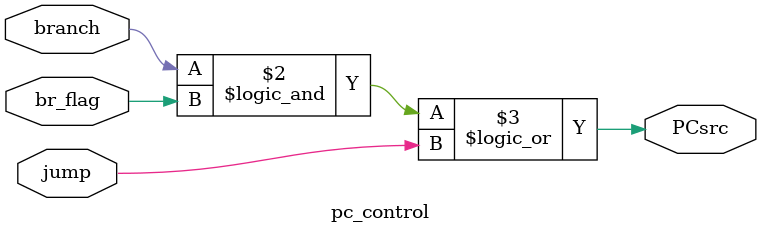
<source format=sv>
`default_nettype none

module pc_control (
    input  logic branch,   // de main_control
    input  logic jump,      // de main_control
    input  logic br_flag,     // de branch_unit
    output logic PCsrc        // a MuxPC
);

    always_comb begin
        PCsrc = (branch && br_flag) || jump ;
    end

endmodule

`default_nettype wire
</source>
